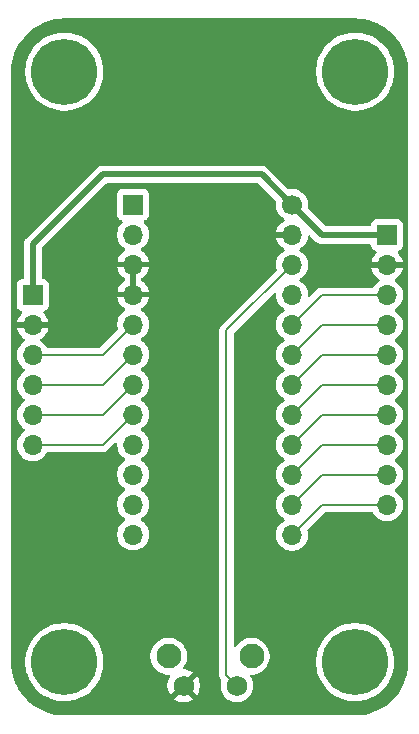
<source format=gbr>
%TF.GenerationSoftware,KiCad,Pcbnew,9.0.0*%
%TF.CreationDate,2025-06-04T23:48:02+02:00*%
%TF.ProjectId,uv_controler,75765f63-6f6e-4747-926f-6c65722e6b69,rev?*%
%TF.SameCoordinates,Original*%
%TF.FileFunction,Copper,L1,Top*%
%TF.FilePolarity,Positive*%
%FSLAX46Y46*%
G04 Gerber Fmt 4.6, Leading zero omitted, Abs format (unit mm)*
G04 Created by KiCad (PCBNEW 9.0.0) date 2025-06-04 23:48:02*
%MOMM*%
%LPD*%
G01*
G04 APERTURE LIST*
%TA.AperFunction,ComponentPad*%
%ADD10O,1.700000X1.700000*%
%TD*%
%TA.AperFunction,ComponentPad*%
%ADD11R,1.700000X1.700000*%
%TD*%
%TA.AperFunction,ComponentPad*%
%ADD12C,5.600000*%
%TD*%
%TA.AperFunction,ComponentPad*%
%ADD13C,1.750000*%
%TD*%
%TA.AperFunction,ComponentPad*%
%ADD14C,2.100000*%
%TD*%
%TA.AperFunction,ComponentPad*%
%ADD15C,1.700000*%
%TD*%
%TA.AperFunction,Conductor*%
%ADD16C,0.200000*%
%TD*%
%TA.AperFunction,Conductor*%
%ADD17C,0.500000*%
%TD*%
G04 APERTURE END LIST*
D10*
%TO.P,J2,10,Pin_10*%
%TO.N,Net-(J2-Pin_10)*%
X129185534Y-98697500D03*
%TO.P,J2,9,Pin_9*%
%TO.N,/UTIL_M*%
X129185534Y-96157500D03*
%TO.P,J2,8,Pin_8*%
%TO.N,/LIGHTS_TOGGLE_M*%
X129185534Y-93617500D03*
%TO.P,J2,7,Pin_7*%
%TO.N,/SPEED_TOGGLE_M*%
X129185534Y-91077500D03*
%TO.P,J2,6,Pin_6*%
%TO.N,/CAM_DOWN_M*%
X129185534Y-88537500D03*
%TO.P,J2,5,Pin_5*%
%TO.N,/CAM_UP_M*%
X129185534Y-85997500D03*
%TO.P,J2,4,Pin_4*%
%TO.N,/DOWN_M*%
X129185534Y-83457500D03*
%TO.P,J2,3,Pin_3*%
%TO.N,/UP_M*%
X129185534Y-80917500D03*
%TO.P,J2,2,Pin_2*%
%TO.N,GND*%
X129185534Y-78377500D03*
D11*
%TO.P,J2,1,Pin_1*%
%TO.N,+5V*%
X129185534Y-75837500D03*
%TD*%
D10*
%TO.P,J1,6,Pin_6*%
%TO.N,/JOY_LEFT_M*%
X99185534Y-93612500D03*
%TO.P,J1,5,Pin_5*%
%TO.N,/JOY_BACKWARD_M*%
X99185534Y-91072500D03*
%TO.P,J1,4,Pin_4*%
%TO.N,/JOY_RIGHT_M*%
X99185534Y-88532500D03*
%TO.P,J1,3,Pin_3*%
%TO.N,/JOY_FORWARD_M*%
X99185534Y-85992500D03*
%TO.P,J1,2,Pin_2*%
%TO.N,GND*%
X99185534Y-83452500D03*
D11*
%TO.P,J1,1,Pin_1*%
%TO.N,+5V*%
X99185534Y-80912500D03*
%TD*%
D12*
%TO.P,REF\u002A\u002A,1*%
%TO.N,N/C*%
X126485534Y-62000000D03*
%TD*%
D13*
%TO.P,SW1,2,2*%
%TO.N,GND*%
X111960534Y-113990000D03*
%TO.P,SW1,1,1*%
%TO.N,Net-(U1-RST)*%
X116460534Y-113990000D03*
D14*
%TO.P,SW1,*%
%TO.N,*%
X110700534Y-111500000D03*
X117710534Y-111500000D03*
%TD*%
D12*
%TO.P,REF\u002A\u002A,1*%
%TO.N,N/C*%
X126485534Y-112000000D03*
%TD*%
%TO.P,REF\u002A\u002A,1*%
%TO.N,N/C*%
X101860534Y-112000000D03*
%TD*%
%TO.P,REF\u002A\u002A,1*%
%TO.N,N/C*%
X101860534Y-62000000D03*
%TD*%
D10*
%TO.P,U1,24,10/A10*%
%TO.N,Net-(J2-Pin_10)*%
X121135534Y-101215000D03*
%TO.P,U1,23,9/A9*%
%TO.N,unconnected-(U1-9{slash}A9-Pad23)*%
X107685534Y-101190000D03*
%TO.P,U1,22,16/MOSI*%
%TO.N,/UTIL_M*%
X121135534Y-98675000D03*
%TO.P,U1,21,8/A8*%
%TO.N,unconnected-(U1-8{slash}A8-Pad21)*%
X107685534Y-98650000D03*
%TO.P,U1,20,14/MISO*%
%TO.N,/LIGHTS_TOGGLE_M*%
X121135534Y-96135000D03*
%TO.P,U1,19,7*%
%TO.N,unconnected-(U1-7-Pad19)*%
X107685534Y-96110000D03*
%TO.P,U1,18,15/SCLK*%
%TO.N,/SPEED_TOGGLE_M*%
X121135534Y-93595000D03*
%TO.P,U1,17,6/A7*%
%TO.N,unconnected-(U1-6{slash}A7-Pad17)*%
X107685534Y-93570000D03*
%TO.P,U1,16,18/A0*%
%TO.N,/CAM_DOWN_M*%
X121135534Y-91055000D03*
%TO.P,U1,15,5*%
%TO.N,/JOY_LEFT_M*%
X107685534Y-91030000D03*
%TO.P,U1,14,19/A1*%
%TO.N,/CAM_UP_M*%
X121135534Y-88515000D03*
%TO.P,U1,13,4/A6*%
%TO.N,/JOY_BACKWARD_M*%
X107685534Y-88490000D03*
%TO.P,U1,12,20/A2*%
%TO.N,/DOWN_M*%
X121135534Y-85975000D03*
%TO.P,U1,11,3/SCL*%
%TO.N,/JOY_RIGHT_M*%
X107685534Y-85950000D03*
%TO.P,U1,10,21/A3*%
%TO.N,/UP_M*%
X121135534Y-83435000D03*
%TO.P,U1,9,2/SDA*%
%TO.N,/JOY_FORWARD_M*%
X107685534Y-83410000D03*
%TO.P,U1,8,VCC*%
%TO.N,unconnected-(U1-VCC-Pad8)*%
X121135534Y-80895000D03*
%TO.P,U1,7,GND*%
%TO.N,GND*%
X107685534Y-80870000D03*
%TO.P,U1,6,RST*%
%TO.N,Net-(U1-RST)*%
X121135534Y-78355000D03*
%TO.P,U1,5,GND*%
%TO.N,GND*%
X107685534Y-78330000D03*
%TO.P,U1,4,GND*%
X121135534Y-75815000D03*
%TO.P,U1,3,0/RX*%
%TO.N,unconnected-(U1-0{slash}RX-Pad3)*%
X107685534Y-75790000D03*
D15*
%TO.P,U1,2,RAW*%
%TO.N,+5V*%
X121135534Y-73275000D03*
D11*
%TO.P,U1,1,1/TX*%
%TO.N,unconnected-(U1-1{slash}TX-Pad1)*%
X107685534Y-73250000D03*
%TD*%
D16*
%TO.N,/JOY_LEFT_M*%
X107685534Y-91030000D02*
X105103034Y-93612500D01*
%TO.N,Net-(U1-RST)*%
X121135534Y-78355000D02*
X115585535Y-83904999D01*
%TO.N,/JOY_LEFT_M*%
X105103034Y-93612500D02*
X99185534Y-93612500D01*
%TO.N,Net-(U1-RST)*%
X115585535Y-83904999D02*
X115585535Y-113115001D01*
X115585535Y-113115001D02*
X116460534Y-113990000D01*
D17*
%TO.N,+5V*%
X118560534Y-70700000D02*
X121135534Y-73275000D01*
D16*
%TO.N,/JOY_RIGHT_M*%
X105103034Y-88532500D02*
X99185534Y-88532500D01*
%TO.N,/LIGHTS_TOGGLE_M*%
X121135534Y-96135000D02*
X123653034Y-93617500D01*
D17*
%TO.N,+5V*%
X105100000Y-70700000D02*
X118560534Y-70700000D01*
D16*
%TO.N,/JOY_BACKWARD_M*%
X107685534Y-88490000D02*
X105103034Y-91072500D01*
%TO.N,Net-(J2-Pin_10)*%
X123653034Y-98697500D02*
X129185534Y-98697500D01*
%TO.N,/CAM_DOWN_M*%
X123653034Y-88537500D02*
X129185534Y-88537500D01*
%TO.N,Net-(J2-Pin_10)*%
X121135534Y-101215000D02*
X123653034Y-98697500D01*
D17*
%TO.N,+5V*%
X99185534Y-76614466D02*
X105100000Y-70700000D01*
D16*
%TO.N,/JOY_RIGHT_M*%
X107685534Y-85950000D02*
X105103034Y-88532500D01*
D17*
%TO.N,+5V*%
X121135534Y-73275000D02*
X123698034Y-75837500D01*
X99185534Y-80912500D02*
X99185534Y-76614466D01*
X123698034Y-75837500D02*
X129185534Y-75837500D01*
D16*
%TO.N,/CAM_UP_M*%
X123653034Y-85997500D02*
X129185534Y-85997500D01*
%TO.N,/UTIL_M*%
X123653034Y-96157500D02*
X129185534Y-96157500D01*
%TO.N,/LIGHTS_TOGGLE_M*%
X123653034Y-93617500D02*
X129185534Y-93617500D01*
%TO.N,/JOY_BACKWARD_M*%
X105103034Y-91072500D02*
X99185534Y-91072500D01*
%TO.N,/SPEED_TOGGLE_M*%
X123653034Y-91077500D02*
X129185534Y-91077500D01*
%TO.N,/DOWN_M*%
X123653034Y-83457500D02*
X129185534Y-83457500D01*
%TO.N,/UTIL_M*%
X121135534Y-98675000D02*
X123653034Y-96157500D01*
%TO.N,/UP_M*%
X123653034Y-80917500D02*
X129185534Y-80917500D01*
%TO.N,/JOY_FORWARD_M*%
X105103034Y-85992500D02*
X99185534Y-85992500D01*
%TO.N,/DOWN_M*%
X121135534Y-85975000D02*
X123653034Y-83457500D01*
%TO.N,/UP_M*%
X121135534Y-83435000D02*
X123653034Y-80917500D01*
%TO.N,/CAM_UP_M*%
X121135534Y-88515000D02*
X123653034Y-85997500D01*
%TO.N,/SPEED_TOGGLE_M*%
X121135534Y-93595000D02*
X123653034Y-91077500D01*
%TO.N,/CAM_DOWN_M*%
X121135534Y-91055000D02*
X123653034Y-88537500D01*
%TO.N,/JOY_FORWARD_M*%
X107685534Y-83410000D02*
X105103034Y-85992500D01*
%TD*%
%TA.AperFunction,Conductor*%
%TO.N,GND*%
G36*
X122638681Y-75859780D02*
G01*
X122689731Y-75890564D01*
X123115083Y-76315916D01*
X123194719Y-76395552D01*
X123219619Y-76420452D01*
X123342532Y-76502580D01*
X123342545Y-76502587D01*
X123434185Y-76540545D01*
X123479121Y-76559158D01*
X123479125Y-76559158D01*
X123479126Y-76559159D01*
X123624113Y-76588000D01*
X123624116Y-76588000D01*
X127711035Y-76588000D01*
X127778074Y-76607685D01*
X127823829Y-76660489D01*
X127835035Y-76712000D01*
X127835035Y-76735376D01*
X127841442Y-76794983D01*
X127891736Y-76929828D01*
X127891740Y-76929835D01*
X127977986Y-77045044D01*
X127977989Y-77045047D01*
X128093198Y-77131293D01*
X128093205Y-77131297D01*
X128117880Y-77140500D01*
X128225132Y-77180502D01*
X128281065Y-77222373D01*
X128305483Y-77287837D01*
X128290632Y-77356110D01*
X128269481Y-77384365D01*
X128155805Y-77498041D01*
X128030913Y-77669942D01*
X127934438Y-77859282D01*
X127868776Y-78061370D01*
X127868776Y-78061373D01*
X127858303Y-78127500D01*
X128752522Y-78127500D01*
X128719609Y-78184507D01*
X128685534Y-78311674D01*
X128685534Y-78443326D01*
X128719609Y-78570493D01*
X128752522Y-78627500D01*
X127858303Y-78627500D01*
X127868776Y-78693626D01*
X127868776Y-78693629D01*
X127934438Y-78895717D01*
X128030913Y-79085057D01*
X128155806Y-79256959D01*
X128155810Y-79256964D01*
X128306069Y-79407223D01*
X128306074Y-79407227D01*
X128477978Y-79532122D01*
X128487029Y-79536734D01*
X128537826Y-79584708D01*
X128554621Y-79652529D01*
X128532084Y-79718664D01*
X128487033Y-79757702D01*
X128477716Y-79762449D01*
X128305747Y-79887390D01*
X128155424Y-80037713D01*
X128030482Y-80209684D01*
X128030481Y-80209685D01*
X128010299Y-80249295D01*
X127962325Y-80300091D01*
X127899815Y-80317000D01*
X123739704Y-80317000D01*
X123739688Y-80316999D01*
X123732092Y-80316999D01*
X123573977Y-80316999D01*
X123497613Y-80337461D01*
X123421248Y-80357923D01*
X123421243Y-80357926D01*
X123284324Y-80436975D01*
X123284316Y-80436981D01*
X122697715Y-81023582D01*
X122636392Y-81057067D01*
X122566700Y-81052083D01*
X122510767Y-81010211D01*
X122486350Y-80944747D01*
X122486034Y-80935901D01*
X122486034Y-80788713D01*
X122456344Y-80601260D01*
X122452780Y-80578757D01*
X122387091Y-80376588D01*
X122290585Y-80187184D01*
X122290583Y-80187181D01*
X122290582Y-80187179D01*
X122165643Y-80015213D01*
X122015320Y-79864890D01*
X121843354Y-79739951D01*
X121842649Y-79739591D01*
X121834588Y-79735485D01*
X121783793Y-79687512D01*
X121766997Y-79619692D01*
X121789533Y-79553556D01*
X121834588Y-79514515D01*
X121843350Y-79510051D01*
X121878353Y-79484620D01*
X122015320Y-79385109D01*
X122015322Y-79385106D01*
X122015326Y-79385104D01*
X122165638Y-79234792D01*
X122165640Y-79234788D01*
X122165643Y-79234786D01*
X122290582Y-79062820D01*
X122290581Y-79062820D01*
X122290585Y-79062816D01*
X122387091Y-78873412D01*
X122452780Y-78671243D01*
X122486034Y-78461287D01*
X122486034Y-78248713D01*
X122452780Y-78038757D01*
X122387091Y-77836588D01*
X122290585Y-77647184D01*
X122290583Y-77647181D01*
X122290582Y-77647179D01*
X122165643Y-77475213D01*
X122015320Y-77324890D01*
X121843351Y-77199949D01*
X121834038Y-77195204D01*
X121783241Y-77147230D01*
X121766446Y-77079409D01*
X121788983Y-77013274D01*
X121834041Y-76974232D01*
X121843092Y-76969620D01*
X122014993Y-76844727D01*
X122014998Y-76844723D01*
X122165257Y-76694464D01*
X122165261Y-76694459D01*
X122290154Y-76522557D01*
X122386629Y-76333217D01*
X122452291Y-76131130D01*
X122452291Y-76131127D01*
X122479578Y-75958848D01*
X122509507Y-75895714D01*
X122568818Y-75858782D01*
X122638681Y-75859780D01*
G37*
%TD.AperFunction*%
%TA.AperFunction,Conductor*%
G36*
X107935534Y-80436988D02*
G01*
X107878527Y-80404075D01*
X107751360Y-80370000D01*
X107619708Y-80370000D01*
X107492541Y-80404075D01*
X107435534Y-80436988D01*
X107435534Y-78763012D01*
X107492541Y-78795925D01*
X107619708Y-78830000D01*
X107751360Y-78830000D01*
X107878527Y-78795925D01*
X107935534Y-78763012D01*
X107935534Y-80436988D01*
G37*
%TD.AperFunction*%
%TA.AperFunction,Conductor*%
G36*
X126488233Y-57500618D02*
G01*
X126872299Y-57517388D01*
X126883041Y-57518328D01*
X127261504Y-57568156D01*
X127272131Y-57570029D01*
X127644819Y-57652654D01*
X127655246Y-57655448D01*
X128019311Y-57770237D01*
X128029446Y-57773926D01*
X128382118Y-57920008D01*
X128391910Y-57924574D01*
X128730403Y-58100782D01*
X128730484Y-58100824D01*
X128739851Y-58106231D01*
X129061720Y-58311284D01*
X129061788Y-58311327D01*
X129070649Y-58317532D01*
X129373471Y-58549893D01*
X129381758Y-58556846D01*
X129663186Y-58814724D01*
X129670835Y-58822373D01*
X129928716Y-59103798D01*
X129935666Y-59112081D01*
X130168042Y-59414912D01*
X130174239Y-59423763D01*
X130379332Y-59745688D01*
X130384741Y-59755056D01*
X130561003Y-60093641D01*
X130565563Y-60103419D01*
X130700494Y-60429160D01*
X130711647Y-60456084D01*
X130715346Y-60466248D01*
X130830133Y-60830283D01*
X130832933Y-60840733D01*
X130915555Y-61213389D01*
X130917434Y-61224042D01*
X130967263Y-61602483D01*
X130968206Y-61613259D01*
X130984915Y-61995815D01*
X130985033Y-62001170D01*
X130985034Y-62002696D01*
X130985035Y-62065902D01*
X130985062Y-62066006D01*
X130985066Y-62074058D01*
X130985063Y-62074067D01*
X130985066Y-62074114D01*
X130985034Y-111934107D01*
X130985034Y-111997293D01*
X130984916Y-112002702D01*
X130968148Y-112386748D01*
X130967205Y-112397525D01*
X130917383Y-112775951D01*
X130915505Y-112786604D01*
X130832888Y-113159265D01*
X130830088Y-113169714D01*
X130715307Y-113533747D01*
X130711607Y-113543912D01*
X130565535Y-113896558D01*
X130560963Y-113906362D01*
X130384715Y-114244929D01*
X130379306Y-114254298D01*
X130174213Y-114576225D01*
X130168008Y-114585086D01*
X129935648Y-114887900D01*
X129928695Y-114896187D01*
X129670817Y-115177608D01*
X129663168Y-115185257D01*
X129381743Y-115443133D01*
X129373455Y-115450087D01*
X129070633Y-115682446D01*
X129061772Y-115688650D01*
X128739853Y-115893732D01*
X128730485Y-115899141D01*
X128391900Y-116075392D01*
X128382096Y-116079963D01*
X128029456Y-116226029D01*
X128019290Y-116229729D01*
X127655257Y-116344502D01*
X127644808Y-116347302D01*
X127272149Y-116429915D01*
X127261496Y-116431793D01*
X126883067Y-116481609D01*
X126872290Y-116482552D01*
X126486733Y-116499381D01*
X126481328Y-116499499D01*
X126449713Y-116499499D01*
X126419649Y-116499499D01*
X126419645Y-116499499D01*
X126412041Y-116499500D01*
X126412040Y-116499499D01*
X126412039Y-116499500D01*
X101934033Y-116499500D01*
X101934017Y-116499499D01*
X101863235Y-116499499D01*
X101857827Y-116499381D01*
X101473781Y-116482617D01*
X101463005Y-116481674D01*
X101273789Y-116456764D01*
X101084575Y-116431854D01*
X101073922Y-116429976D01*
X100701263Y-116347360D01*
X100690814Y-116344560D01*
X100326782Y-116229782D01*
X100316616Y-116226082D01*
X99963967Y-116080010D01*
X99954163Y-116075438D01*
X99615596Y-115899191D01*
X99606227Y-115893782D01*
X99604638Y-115892770D01*
X99488898Y-115819034D01*
X99284307Y-115688694D01*
X99275446Y-115682490D01*
X98972617Y-115450120D01*
X98964330Y-115443166D01*
X98682915Y-115185293D01*
X98675266Y-115177644D01*
X98417391Y-114896220D01*
X98410437Y-114887932D01*
X98410412Y-114887900D01*
X98274415Y-114710660D01*
X98178076Y-114585106D01*
X98171872Y-114576245D01*
X97966788Y-114254322D01*
X97961379Y-114244953D01*
X97947951Y-114219158D01*
X97817455Y-113968467D01*
X97785137Y-113906383D01*
X97780565Y-113896579D01*
X97634494Y-113543921D01*
X97630795Y-113533756D01*
X97592675Y-113412849D01*
X97516019Y-113169714D01*
X97513223Y-113159278D01*
X97513220Y-113159265D01*
X97434226Y-112802913D01*
X97430614Y-112786619D01*
X97428736Y-112775966D01*
X97378921Y-112397537D01*
X97377978Y-112386760D01*
X97361151Y-112001192D01*
X97361034Y-111995805D01*
X97361036Y-111934118D01*
X97361034Y-111934110D01*
X97361034Y-111837857D01*
X98560034Y-111837857D01*
X98560034Y-112162143D01*
X98569588Y-112259152D01*
X98591818Y-112484857D01*
X98591821Y-112484874D01*
X98655079Y-112802902D01*
X98655082Y-112802913D01*
X98749220Y-113113247D01*
X98873320Y-113412849D01*
X98873322Y-113412854D01*
X99026180Y-113698830D01*
X99026191Y-113698848D01*
X99206345Y-113968467D01*
X99206355Y-113968481D01*
X99412080Y-114219158D01*
X99641375Y-114448453D01*
X99641380Y-114448457D01*
X99641381Y-114448458D01*
X99892058Y-114654183D01*
X100161692Y-114834347D01*
X100161701Y-114834352D01*
X100161703Y-114834353D01*
X100447679Y-114987211D01*
X100447681Y-114987211D01*
X100447687Y-114987215D01*
X100747288Y-115111314D01*
X101057611Y-115205449D01*
X101057617Y-115205450D01*
X101057620Y-115205451D01*
X101057631Y-115205454D01*
X101257062Y-115245122D01*
X101375666Y-115268714D01*
X101698391Y-115300500D01*
X101698394Y-115300500D01*
X102022674Y-115300500D01*
X102022677Y-115300500D01*
X102345402Y-115268714D01*
X102502829Y-115237399D01*
X102663436Y-115205454D01*
X102663447Y-115205451D01*
X102663447Y-115205450D01*
X102663457Y-115205449D01*
X102973780Y-115111314D01*
X103273381Y-114987215D01*
X103559376Y-114834347D01*
X103829010Y-114654183D01*
X104079687Y-114448458D01*
X104308992Y-114219153D01*
X104514717Y-113968476D01*
X104694881Y-113698842D01*
X104847749Y-113412847D01*
X104971848Y-113113246D01*
X105065983Y-112802923D01*
X105065985Y-112802913D01*
X105065988Y-112802902D01*
X105103363Y-112615000D01*
X105129248Y-112484868D01*
X105161034Y-112162143D01*
X105161034Y-111837857D01*
X105129248Y-111515132D01*
X105119174Y-111464488D01*
X105105809Y-111397292D01*
X105101966Y-111377973D01*
X109150034Y-111377973D01*
X109150034Y-111622026D01*
X109184218Y-111837857D01*
X109188213Y-111863076D01*
X109233580Y-112002702D01*
X109263631Y-112095187D01*
X109374430Y-112312642D01*
X109517873Y-112510076D01*
X109517877Y-112510081D01*
X109690452Y-112682656D01*
X109690457Y-112682660D01*
X109855957Y-112802902D01*
X109887895Y-112826106D01*
X110105349Y-112936904D01*
X110337458Y-113012321D01*
X110578507Y-113050500D01*
X110578508Y-113050500D01*
X110700163Y-113050500D01*
X110767202Y-113070185D01*
X110812957Y-113122989D01*
X110822901Y-113192147D01*
X110800481Y-113247386D01*
X110784528Y-113269342D01*
X110686270Y-113462182D01*
X110686269Y-113462185D01*
X110619391Y-113668018D01*
X110585534Y-113881779D01*
X110585534Y-114098220D01*
X110619391Y-114311981D01*
X110686269Y-114517814D01*
X110686270Y-114517817D01*
X110784530Y-114710660D01*
X110827363Y-114769615D01*
X110827364Y-114769616D01*
X111481653Y-114115326D01*
X111499268Y-114181063D01*
X111564436Y-114293937D01*
X111656597Y-114386098D01*
X111769471Y-114451266D01*
X111835206Y-114468880D01*
X111180916Y-115123168D01*
X111239876Y-115166005D01*
X111432716Y-115264263D01*
X111432719Y-115264264D01*
X111638552Y-115331142D01*
X111852314Y-115365000D01*
X112068754Y-115365000D01*
X112282515Y-115331142D01*
X112488348Y-115264264D01*
X112488351Y-115264263D01*
X112681190Y-115166006D01*
X112740149Y-115123168D01*
X112740150Y-115123168D01*
X112085861Y-114468880D01*
X112151597Y-114451266D01*
X112264471Y-114386098D01*
X112356632Y-114293937D01*
X112421800Y-114181063D01*
X112439413Y-114115327D01*
X113093702Y-114769616D01*
X113093702Y-114769615D01*
X113136540Y-114710656D01*
X113234797Y-114517817D01*
X113234798Y-114517814D01*
X113301676Y-114311981D01*
X113335534Y-114098220D01*
X113335534Y-113881779D01*
X113301676Y-113668018D01*
X113234798Y-113462185D01*
X113234797Y-113462182D01*
X113136539Y-113269342D01*
X113093702Y-113210383D01*
X113093702Y-113210382D01*
X112439413Y-113864671D01*
X112421800Y-113798937D01*
X112356632Y-113686063D01*
X112264471Y-113593902D01*
X112151597Y-113528734D01*
X112085860Y-113511119D01*
X112740150Y-112856830D01*
X112740149Y-112856829D01*
X112681194Y-112813996D01*
X112488351Y-112715736D01*
X112488348Y-112715735D01*
X112282515Y-112648857D01*
X112068754Y-112615000D01*
X112050326Y-112615000D01*
X111983287Y-112595315D01*
X111937532Y-112542511D01*
X111927588Y-112473353D01*
X111950008Y-112418115D01*
X111980843Y-112375673D01*
X112026640Y-112312639D01*
X112137438Y-112095185D01*
X112212855Y-111863076D01*
X112251034Y-111622027D01*
X112251034Y-111377973D01*
X112212855Y-111136924D01*
X112137438Y-110904815D01*
X112026640Y-110687361D01*
X111953829Y-110587145D01*
X111883194Y-110489923D01*
X111883190Y-110489918D01*
X111710615Y-110317343D01*
X111710610Y-110317339D01*
X111513176Y-110173896D01*
X111513175Y-110173895D01*
X111513173Y-110173894D01*
X111295719Y-110063096D01*
X111063610Y-109987679D01*
X111063608Y-109987678D01*
X111063606Y-109987678D01*
X110895303Y-109961021D01*
X110822561Y-109949500D01*
X110578507Y-109949500D01*
X110522627Y-109958350D01*
X110337461Y-109987678D01*
X110105346Y-110063097D01*
X109887891Y-110173896D01*
X109690457Y-110317339D01*
X109690452Y-110317343D01*
X109517877Y-110489918D01*
X109517873Y-110489923D01*
X109374430Y-110687357D01*
X109263631Y-110904812D01*
X109188212Y-111136927D01*
X109150034Y-111377973D01*
X105101966Y-111377973D01*
X105065988Y-111197097D01*
X105065985Y-111197086D01*
X105065984Y-111197083D01*
X105065983Y-111197077D01*
X104971848Y-110886754D01*
X104847749Y-110587153D01*
X104795778Y-110489923D01*
X104694887Y-110301169D01*
X104694886Y-110301167D01*
X104694881Y-110301158D01*
X104514717Y-110031524D01*
X104308992Y-109780847D01*
X104308991Y-109780846D01*
X104308987Y-109780841D01*
X104079692Y-109551546D01*
X103829015Y-109345821D01*
X103829014Y-109345820D01*
X103829010Y-109345817D01*
X103559376Y-109165653D01*
X103559371Y-109165650D01*
X103559364Y-109165646D01*
X103273388Y-109012788D01*
X103273383Y-109012786D01*
X102973781Y-108888686D01*
X102663447Y-108794548D01*
X102663436Y-108794545D01*
X102345408Y-108731287D01*
X102345391Y-108731284D01*
X102101346Y-108707248D01*
X102022677Y-108699500D01*
X101698391Y-108699500D01*
X101625633Y-108706666D01*
X101375676Y-108731284D01*
X101375659Y-108731287D01*
X101057631Y-108794545D01*
X101057620Y-108794548D01*
X100747286Y-108888686D01*
X100447684Y-109012786D01*
X100447679Y-109012788D01*
X100161703Y-109165646D01*
X100161685Y-109165657D01*
X99892066Y-109345811D01*
X99892052Y-109345821D01*
X99641375Y-109551546D01*
X99412080Y-109780841D01*
X99206355Y-110031518D01*
X99206345Y-110031532D01*
X99026191Y-110301151D01*
X99026180Y-110301169D01*
X98873322Y-110587145D01*
X98873320Y-110587150D01*
X98749220Y-110886752D01*
X98655082Y-111197086D01*
X98655079Y-111197097D01*
X98591821Y-111515125D01*
X98591818Y-111515142D01*
X98567200Y-111765099D01*
X98560034Y-111837857D01*
X97361034Y-111837857D01*
X97361034Y-80014635D01*
X97835034Y-80014635D01*
X97835034Y-81810370D01*
X97835035Y-81810376D01*
X97841442Y-81869983D01*
X97891736Y-82004828D01*
X97891740Y-82004835D01*
X97977986Y-82120044D01*
X97977989Y-82120047D01*
X98093198Y-82206293D01*
X98093205Y-82206297D01*
X98155436Y-82229507D01*
X98225132Y-82255502D01*
X98281065Y-82297373D01*
X98305483Y-82362837D01*
X98290632Y-82431110D01*
X98269481Y-82459365D01*
X98155805Y-82573041D01*
X98030913Y-82744942D01*
X97934438Y-82934282D01*
X97868776Y-83136370D01*
X97868776Y-83136373D01*
X97858303Y-83202500D01*
X98752522Y-83202500D01*
X98719609Y-83259507D01*
X98685534Y-83386674D01*
X98685534Y-83518326D01*
X98719609Y-83645493D01*
X98752522Y-83702500D01*
X97858303Y-83702500D01*
X97868776Y-83768626D01*
X97868776Y-83768629D01*
X97934438Y-83970717D01*
X98030913Y-84160057D01*
X98155806Y-84331959D01*
X98155810Y-84331964D01*
X98306069Y-84482223D01*
X98306074Y-84482227D01*
X98477978Y-84607122D01*
X98487029Y-84611734D01*
X98537826Y-84659708D01*
X98554621Y-84727529D01*
X98532084Y-84793664D01*
X98487033Y-84832702D01*
X98477716Y-84837449D01*
X98305747Y-84962390D01*
X98155424Y-85112713D01*
X98030485Y-85284679D01*
X97933978Y-85474085D01*
X97868287Y-85676260D01*
X97849811Y-85792914D01*
X97835034Y-85886213D01*
X97835034Y-86098787D01*
X97835826Y-86103786D01*
X97865515Y-86291239D01*
X97868288Y-86308743D01*
X97921664Y-86473018D01*
X97933978Y-86510914D01*
X98030485Y-86700320D01*
X98155424Y-86872286D01*
X98305747Y-87022609D01*
X98477716Y-87147550D01*
X98486480Y-87152016D01*
X98537276Y-87199991D01*
X98554070Y-87267812D01*
X98531532Y-87333947D01*
X98486480Y-87372984D01*
X98477716Y-87377449D01*
X98305747Y-87502390D01*
X98155424Y-87652713D01*
X98030485Y-87824679D01*
X97933978Y-88014085D01*
X97868287Y-88216260D01*
X97847709Y-88346184D01*
X97835034Y-88426213D01*
X97835034Y-88638787D01*
X97835826Y-88643786D01*
X97865515Y-88831239D01*
X97868288Y-88848743D01*
X97921664Y-89013018D01*
X97933978Y-89050914D01*
X98030485Y-89240320D01*
X98155424Y-89412286D01*
X98305747Y-89562609D01*
X98477716Y-89687550D01*
X98486480Y-89692016D01*
X98537276Y-89739991D01*
X98554070Y-89807812D01*
X98531532Y-89873947D01*
X98486480Y-89912984D01*
X98477716Y-89917449D01*
X98305747Y-90042390D01*
X98155424Y-90192713D01*
X98030485Y-90364679D01*
X97933978Y-90554085D01*
X97868287Y-90756260D01*
X97849811Y-90872914D01*
X97835034Y-90966213D01*
X97835034Y-91178787D01*
X97835826Y-91183786D01*
X97865515Y-91371239D01*
X97868288Y-91388743D01*
X97921664Y-91553018D01*
X97933978Y-91590914D01*
X98030485Y-91780320D01*
X98155424Y-91952286D01*
X98305747Y-92102609D01*
X98477716Y-92227550D01*
X98486480Y-92232016D01*
X98537276Y-92279991D01*
X98554070Y-92347812D01*
X98531532Y-92413947D01*
X98486480Y-92452984D01*
X98477716Y-92457449D01*
X98305747Y-92582390D01*
X98155424Y-92732713D01*
X98030485Y-92904679D01*
X97933978Y-93094085D01*
X97868287Y-93296260D01*
X97849811Y-93412914D01*
X97835034Y-93506213D01*
X97835034Y-93718787D01*
X97835826Y-93723786D01*
X97865515Y-93911239D01*
X97868288Y-93928743D01*
X97921664Y-94093018D01*
X97933978Y-94130914D01*
X98030485Y-94320320D01*
X98155424Y-94492286D01*
X98305747Y-94642609D01*
X98477713Y-94767548D01*
X98477715Y-94767549D01*
X98477718Y-94767551D01*
X98667122Y-94864057D01*
X98869291Y-94929746D01*
X99079247Y-94963000D01*
X99079248Y-94963000D01*
X99291820Y-94963000D01*
X99291821Y-94963000D01*
X99501777Y-94929746D01*
X99703946Y-94864057D01*
X99893350Y-94767551D01*
X99951851Y-94725048D01*
X100065320Y-94642609D01*
X100065322Y-94642606D01*
X100065326Y-94642604D01*
X100215638Y-94492292D01*
X100215640Y-94492288D01*
X100215643Y-94492286D01*
X100336952Y-94325316D01*
X100340585Y-94320316D01*
X100349502Y-94302816D01*
X100360769Y-94280705D01*
X100408743Y-94229909D01*
X100471253Y-94213000D01*
X105016365Y-94213000D01*
X105016381Y-94213001D01*
X105023977Y-94213001D01*
X105182088Y-94213001D01*
X105182091Y-94213001D01*
X105334819Y-94172077D01*
X105397458Y-94135912D01*
X105471750Y-94093020D01*
X105583554Y-93981216D01*
X105583554Y-93981214D01*
X105593758Y-93971011D01*
X105593761Y-93971006D01*
X106123354Y-93441414D01*
X106184676Y-93407930D01*
X106254368Y-93412914D01*
X106310301Y-93454786D01*
X106334718Y-93520250D01*
X106335034Y-93529096D01*
X106335034Y-93676287D01*
X106368288Y-93886243D01*
X106383720Y-93933739D01*
X106433978Y-94088414D01*
X106530485Y-94277820D01*
X106655424Y-94449786D01*
X106805747Y-94600109D01*
X106977716Y-94725050D01*
X106986480Y-94729516D01*
X107037276Y-94777491D01*
X107054070Y-94845312D01*
X107031532Y-94911447D01*
X106986480Y-94950484D01*
X106977716Y-94954949D01*
X106805747Y-95079890D01*
X106655424Y-95230213D01*
X106530485Y-95402179D01*
X106433978Y-95591585D01*
X106368287Y-95793760D01*
X106360764Y-95841260D01*
X106335034Y-96003713D01*
X106335034Y-96216287D01*
X106368288Y-96426243D01*
X106383720Y-96473739D01*
X106433978Y-96628414D01*
X106530485Y-96817820D01*
X106655424Y-96989786D01*
X106805747Y-97140109D01*
X106977716Y-97265050D01*
X106986480Y-97269516D01*
X107037276Y-97317491D01*
X107054070Y-97385312D01*
X107031532Y-97451447D01*
X106986480Y-97490484D01*
X106977716Y-97494949D01*
X106805747Y-97619890D01*
X106655424Y-97770213D01*
X106530485Y-97942179D01*
X106433978Y-98131585D01*
X106368287Y-98333760D01*
X106360764Y-98381260D01*
X106335034Y-98543713D01*
X106335034Y-98756287D01*
X106368288Y-98966243D01*
X106383720Y-99013739D01*
X106433978Y-99168414D01*
X106530485Y-99357820D01*
X106655424Y-99529786D01*
X106805747Y-99680109D01*
X106977716Y-99805050D01*
X106986480Y-99809516D01*
X107037276Y-99857491D01*
X107054070Y-99925312D01*
X107031532Y-99991447D01*
X106986480Y-100030484D01*
X106977716Y-100034949D01*
X106805747Y-100159890D01*
X106655424Y-100310213D01*
X106530485Y-100482179D01*
X106433978Y-100671585D01*
X106368287Y-100873760D01*
X106335034Y-101083713D01*
X106335034Y-101296287D01*
X106338994Y-101321287D01*
X106368287Y-101506239D01*
X106433978Y-101708414D01*
X106530485Y-101897820D01*
X106655424Y-102069786D01*
X106805747Y-102220109D01*
X106977713Y-102345048D01*
X106977715Y-102345049D01*
X106977718Y-102345051D01*
X107167122Y-102441557D01*
X107369291Y-102507246D01*
X107579247Y-102540500D01*
X107579248Y-102540500D01*
X107791820Y-102540500D01*
X107791821Y-102540500D01*
X108001777Y-102507246D01*
X108203946Y-102441557D01*
X108393350Y-102345051D01*
X108415323Y-102329086D01*
X108565320Y-102220109D01*
X108565322Y-102220106D01*
X108565326Y-102220104D01*
X108715638Y-102069792D01*
X108715640Y-102069788D01*
X108715643Y-102069786D01*
X108840582Y-101897820D01*
X108840581Y-101897820D01*
X108840585Y-101897816D01*
X108937091Y-101708412D01*
X109002780Y-101506243D01*
X109036034Y-101296287D01*
X109036034Y-101083713D01*
X109002780Y-100873757D01*
X108937091Y-100671588D01*
X108840585Y-100482184D01*
X108840583Y-100482181D01*
X108840582Y-100482179D01*
X108715643Y-100310213D01*
X108565320Y-100159890D01*
X108393354Y-100034951D01*
X108392649Y-100034591D01*
X108384588Y-100030485D01*
X108333793Y-99982512D01*
X108316997Y-99914692D01*
X108339533Y-99848556D01*
X108384588Y-99809515D01*
X108393350Y-99805051D01*
X108499941Y-99727609D01*
X108565320Y-99680109D01*
X108565322Y-99680106D01*
X108565326Y-99680104D01*
X108715638Y-99529792D01*
X108715640Y-99529788D01*
X108715643Y-99529786D01*
X108840582Y-99357820D01*
X108840581Y-99357820D01*
X108840585Y-99357816D01*
X108937091Y-99168412D01*
X109002780Y-98966243D01*
X109036034Y-98756287D01*
X109036034Y-98543713D01*
X109002780Y-98333757D01*
X108937091Y-98131588D01*
X108840585Y-97942184D01*
X108840583Y-97942181D01*
X108840582Y-97942179D01*
X108715643Y-97770213D01*
X108565320Y-97619890D01*
X108393354Y-97494951D01*
X108392649Y-97494591D01*
X108384588Y-97490485D01*
X108333793Y-97442512D01*
X108316997Y-97374692D01*
X108339533Y-97308556D01*
X108384588Y-97269515D01*
X108393350Y-97265051D01*
X108499941Y-97187609D01*
X108565320Y-97140109D01*
X108565322Y-97140106D01*
X108565326Y-97140104D01*
X108715638Y-96989792D01*
X108715640Y-96989788D01*
X108715643Y-96989786D01*
X108840582Y-96817820D01*
X108840581Y-96817820D01*
X108840585Y-96817816D01*
X108937091Y-96628412D01*
X109002780Y-96426243D01*
X109036034Y-96216287D01*
X109036034Y-96003713D01*
X109002780Y-95793757D01*
X108937091Y-95591588D01*
X108840585Y-95402184D01*
X108840583Y-95402181D01*
X108840582Y-95402179D01*
X108715643Y-95230213D01*
X108565320Y-95079890D01*
X108393354Y-94954951D01*
X108392649Y-94954591D01*
X108384588Y-94950485D01*
X108333793Y-94902512D01*
X108316997Y-94834692D01*
X108339533Y-94768556D01*
X108384588Y-94729515D01*
X108393350Y-94725051D01*
X108499941Y-94647609D01*
X108565320Y-94600109D01*
X108565322Y-94600106D01*
X108565326Y-94600104D01*
X108715638Y-94449792D01*
X108715640Y-94449788D01*
X108715643Y-94449786D01*
X108840582Y-94277820D01*
X108840581Y-94277820D01*
X108840585Y-94277816D01*
X108937091Y-94088412D01*
X109002780Y-93886243D01*
X109036034Y-93676287D01*
X109036034Y-93463713D01*
X109002780Y-93253757D01*
X108937091Y-93051588D01*
X108840585Y-92862184D01*
X108840583Y-92862181D01*
X108840582Y-92862179D01*
X108715643Y-92690213D01*
X108565320Y-92539890D01*
X108393354Y-92414951D01*
X108391383Y-92413947D01*
X108384588Y-92410485D01*
X108333793Y-92362512D01*
X108316997Y-92294692D01*
X108339533Y-92228556D01*
X108384588Y-92189515D01*
X108393350Y-92185051D01*
X108499941Y-92107609D01*
X108565320Y-92060109D01*
X108565322Y-92060106D01*
X108565326Y-92060104D01*
X108715638Y-91909792D01*
X108715640Y-91909788D01*
X108715643Y-91909786D01*
X108840582Y-91737820D01*
X108840581Y-91737820D01*
X108840585Y-91737816D01*
X108937091Y-91548412D01*
X109002780Y-91346243D01*
X109036034Y-91136287D01*
X109036034Y-90923713D01*
X109002780Y-90713757D01*
X108937091Y-90511588D01*
X108840585Y-90322184D01*
X108840583Y-90322181D01*
X108840582Y-90322179D01*
X108715643Y-90150213D01*
X108565320Y-89999890D01*
X108393354Y-89874951D01*
X108391383Y-89873947D01*
X108384588Y-89870485D01*
X108333793Y-89822512D01*
X108316997Y-89754692D01*
X108339533Y-89688556D01*
X108384588Y-89649515D01*
X108393350Y-89645051D01*
X108499941Y-89567609D01*
X108565320Y-89520109D01*
X108565322Y-89520106D01*
X108565326Y-89520104D01*
X108715638Y-89369792D01*
X108715640Y-89369788D01*
X108715643Y-89369786D01*
X108840582Y-89197820D01*
X108840581Y-89197820D01*
X108840585Y-89197816D01*
X108937091Y-89008412D01*
X109002780Y-88806243D01*
X109036034Y-88596287D01*
X109036034Y-88383713D01*
X109002780Y-88173757D01*
X108937091Y-87971588D01*
X108840585Y-87782184D01*
X108840583Y-87782181D01*
X108840582Y-87782179D01*
X108715643Y-87610213D01*
X108565320Y-87459890D01*
X108393354Y-87334951D01*
X108391383Y-87333947D01*
X108384588Y-87330485D01*
X108333793Y-87282512D01*
X108316997Y-87214692D01*
X108339533Y-87148556D01*
X108384588Y-87109515D01*
X108393350Y-87105051D01*
X108499941Y-87027609D01*
X108565320Y-86980109D01*
X108565322Y-86980106D01*
X108565326Y-86980104D01*
X108715638Y-86829792D01*
X108715640Y-86829788D01*
X108715643Y-86829786D01*
X108840582Y-86657820D01*
X108840581Y-86657820D01*
X108840585Y-86657816D01*
X108937091Y-86468412D01*
X109002780Y-86266243D01*
X109036034Y-86056287D01*
X109036034Y-85843713D01*
X109002780Y-85633757D01*
X108937091Y-85431588D01*
X108840585Y-85242184D01*
X108840583Y-85242181D01*
X108840582Y-85242179D01*
X108715643Y-85070213D01*
X108565320Y-84919890D01*
X108393354Y-84794951D01*
X108390828Y-84793664D01*
X108384588Y-84790485D01*
X108333793Y-84742512D01*
X108316997Y-84674692D01*
X108339533Y-84608556D01*
X108384588Y-84569515D01*
X108393350Y-84565051D01*
X108499941Y-84487609D01*
X108565320Y-84440109D01*
X108565322Y-84440106D01*
X108565326Y-84440104D01*
X108715638Y-84289792D01*
X108715640Y-84289788D01*
X108715643Y-84289786D01*
X108840582Y-84117820D01*
X108840581Y-84117820D01*
X108840585Y-84117816D01*
X108937091Y-83928412D01*
X109002780Y-83726243D01*
X109036034Y-83516287D01*
X109036034Y-83303713D01*
X109002780Y-83093757D01*
X108937091Y-82891588D01*
X108840585Y-82702184D01*
X108840583Y-82702181D01*
X108840582Y-82702179D01*
X108715643Y-82530213D01*
X108565320Y-82379890D01*
X108393351Y-82254949D01*
X108384038Y-82250204D01*
X108333241Y-82202230D01*
X108316446Y-82134409D01*
X108338983Y-82068274D01*
X108384041Y-82029232D01*
X108393092Y-82024620D01*
X108564993Y-81899727D01*
X108564998Y-81899723D01*
X108715257Y-81749464D01*
X108715261Y-81749459D01*
X108840154Y-81577557D01*
X108936629Y-81388217D01*
X109002291Y-81186129D01*
X109002291Y-81186126D01*
X109012765Y-81120000D01*
X108118546Y-81120000D01*
X108151459Y-81062993D01*
X108185534Y-80935826D01*
X108185534Y-80804174D01*
X108151459Y-80677007D01*
X108118546Y-80620000D01*
X109012765Y-80620000D01*
X109002291Y-80553873D01*
X109002291Y-80553870D01*
X108936629Y-80351782D01*
X108840154Y-80162442D01*
X108715261Y-79990540D01*
X108715257Y-79990535D01*
X108564998Y-79840276D01*
X108564993Y-79840272D01*
X108393092Y-79715379D01*
X108383488Y-79710486D01*
X108332691Y-79662512D01*
X108315895Y-79594692D01*
X108338431Y-79528556D01*
X108383488Y-79489514D01*
X108393092Y-79484620D01*
X108564993Y-79359727D01*
X108564998Y-79359723D01*
X108715257Y-79209464D01*
X108715261Y-79209459D01*
X108840154Y-79037557D01*
X108936629Y-78848217D01*
X109002291Y-78646129D01*
X109002291Y-78646126D01*
X109012765Y-78580000D01*
X108118546Y-78580000D01*
X108151459Y-78522993D01*
X108185534Y-78395826D01*
X108185534Y-78264174D01*
X108151459Y-78137007D01*
X108118546Y-78080000D01*
X109012765Y-78080000D01*
X109002291Y-78013873D01*
X109002291Y-78013870D01*
X108936629Y-77811782D01*
X108840154Y-77622442D01*
X108715261Y-77450540D01*
X108715257Y-77450535D01*
X108564998Y-77300276D01*
X108564993Y-77300272D01*
X108393089Y-77175377D01*
X108384034Y-77170763D01*
X108333240Y-77122788D01*
X108316446Y-77054966D01*
X108338985Y-76988832D01*
X108384042Y-76949793D01*
X108393350Y-76945051D01*
X108472541Y-76887515D01*
X108565320Y-76820109D01*
X108565322Y-76820106D01*
X108565326Y-76820104D01*
X108715638Y-76669792D01*
X108715640Y-76669788D01*
X108715643Y-76669786D01*
X108840582Y-76497820D01*
X108840581Y-76497820D01*
X108840585Y-76497816D01*
X108937091Y-76308412D01*
X109002780Y-76106243D01*
X109036034Y-75896287D01*
X109036034Y-75683713D01*
X109002780Y-75473757D01*
X108937091Y-75271588D01*
X108840585Y-75082184D01*
X108840583Y-75082181D01*
X108840582Y-75082179D01*
X108715643Y-74910213D01*
X108602103Y-74796673D01*
X108568618Y-74735350D01*
X108573602Y-74665658D01*
X108615474Y-74609725D01*
X108646449Y-74592810D01*
X108777865Y-74543796D01*
X108893080Y-74457546D01*
X108979330Y-74342331D01*
X109029625Y-74207483D01*
X109036034Y-74147873D01*
X109036033Y-72352128D01*
X109029625Y-72292517D01*
X109011861Y-72244890D01*
X108979331Y-72157671D01*
X108979327Y-72157664D01*
X108893081Y-72042455D01*
X108893078Y-72042452D01*
X108777869Y-71956206D01*
X108777862Y-71956202D01*
X108643016Y-71905908D01*
X108643017Y-71905908D01*
X108583417Y-71899501D01*
X108583415Y-71899500D01*
X108583407Y-71899500D01*
X108583398Y-71899500D01*
X106787663Y-71899500D01*
X106787657Y-71899501D01*
X106728050Y-71905908D01*
X106593205Y-71956202D01*
X106593198Y-71956206D01*
X106477989Y-72042452D01*
X106477986Y-72042455D01*
X106391740Y-72157664D01*
X106391736Y-72157671D01*
X106341442Y-72292517D01*
X106335035Y-72352116D01*
X106335035Y-72352123D01*
X106335034Y-72352135D01*
X106335034Y-74147870D01*
X106335035Y-74147876D01*
X106341442Y-74207483D01*
X106391736Y-74342328D01*
X106391740Y-74342335D01*
X106477986Y-74457544D01*
X106477989Y-74457547D01*
X106593198Y-74543793D01*
X106593205Y-74543797D01*
X106724616Y-74592810D01*
X106780550Y-74634681D01*
X106804967Y-74700145D01*
X106790116Y-74768418D01*
X106768965Y-74796673D01*
X106655423Y-74910215D01*
X106530485Y-75082179D01*
X106433978Y-75271585D01*
X106368287Y-75473760D01*
X106335034Y-75683713D01*
X106335034Y-75896286D01*
X106361755Y-76065000D01*
X106368288Y-76106243D01*
X106401914Y-76209734D01*
X106433978Y-76308414D01*
X106530485Y-76497820D01*
X106655424Y-76669786D01*
X106805747Y-76820109D01*
X106977713Y-76945048D01*
X106977715Y-76945049D01*
X106977718Y-76945051D01*
X106987027Y-76949794D01*
X107037824Y-76997766D01*
X107054621Y-77065587D01*
X107032086Y-77131722D01*
X106987036Y-77170762D01*
X106977977Y-77175378D01*
X106806074Y-77300272D01*
X106806069Y-77300276D01*
X106655810Y-77450535D01*
X106655806Y-77450540D01*
X106530913Y-77622442D01*
X106434438Y-77811782D01*
X106368776Y-78013870D01*
X106368776Y-78013873D01*
X106358303Y-78080000D01*
X107252522Y-78080000D01*
X107219609Y-78137007D01*
X107185534Y-78264174D01*
X107185534Y-78395826D01*
X107219609Y-78522993D01*
X107252522Y-78580000D01*
X106358303Y-78580000D01*
X106368776Y-78646126D01*
X106368776Y-78646129D01*
X106434438Y-78848217D01*
X106530913Y-79037557D01*
X106655806Y-79209459D01*
X106655810Y-79209464D01*
X106806069Y-79359723D01*
X106806074Y-79359727D01*
X106977978Y-79484622D01*
X106987582Y-79489516D01*
X107038378Y-79537491D01*
X107055172Y-79605312D01*
X107032634Y-79671447D01*
X106987582Y-79710484D01*
X106977978Y-79715377D01*
X106806074Y-79840272D01*
X106806069Y-79840276D01*
X106655810Y-79990535D01*
X106655806Y-79990540D01*
X106530913Y-80162442D01*
X106434438Y-80351782D01*
X106368776Y-80553870D01*
X106368776Y-80553873D01*
X106358303Y-80620000D01*
X107252522Y-80620000D01*
X107219609Y-80677007D01*
X107185534Y-80804174D01*
X107185534Y-80935826D01*
X107219609Y-81062993D01*
X107252522Y-81120000D01*
X106358303Y-81120000D01*
X106368776Y-81186126D01*
X106368776Y-81186129D01*
X106434438Y-81388217D01*
X106530913Y-81577557D01*
X106655806Y-81749459D01*
X106655810Y-81749464D01*
X106806069Y-81899723D01*
X106806074Y-81899727D01*
X106977978Y-82024622D01*
X106987029Y-82029234D01*
X107037826Y-82077208D01*
X107054621Y-82145029D01*
X107032084Y-82211164D01*
X106987033Y-82250202D01*
X106977716Y-82254949D01*
X106805747Y-82379890D01*
X106655424Y-82530213D01*
X106530485Y-82702179D01*
X106433978Y-82891585D01*
X106368287Y-83093760D01*
X106335034Y-83303713D01*
X106335034Y-83516287D01*
X106338994Y-83541287D01*
X106368288Y-83726244D01*
X106368288Y-83726247D01*
X106382025Y-83768523D01*
X106384020Y-83838364D01*
X106351775Y-83894522D01*
X104890618Y-85355681D01*
X104829295Y-85389166D01*
X104802937Y-85392000D01*
X100471253Y-85392000D01*
X100404214Y-85372315D01*
X100360769Y-85324295D01*
X100340586Y-85284685D01*
X100340585Y-85284684D01*
X100215643Y-85112713D01*
X100065320Y-84962390D01*
X99893351Y-84837449D01*
X99884038Y-84832704D01*
X99833241Y-84784730D01*
X99816446Y-84716909D01*
X99838983Y-84650774D01*
X99884041Y-84611732D01*
X99893092Y-84607120D01*
X100064993Y-84482227D01*
X100064998Y-84482223D01*
X100215257Y-84331964D01*
X100215261Y-84331959D01*
X100340154Y-84160057D01*
X100436629Y-83970717D01*
X100502291Y-83768629D01*
X100502291Y-83768626D01*
X100512765Y-83702500D01*
X99618546Y-83702500D01*
X99651459Y-83645493D01*
X99685534Y-83518326D01*
X99685534Y-83386674D01*
X99651459Y-83259507D01*
X99618546Y-83202500D01*
X100512765Y-83202500D01*
X100502291Y-83136373D01*
X100502291Y-83136370D01*
X100436629Y-82934282D01*
X100340154Y-82744942D01*
X100215261Y-82573040D01*
X100215257Y-82573035D01*
X100101587Y-82459365D01*
X100068102Y-82398042D01*
X100073086Y-82328350D01*
X100114958Y-82272417D01*
X100145934Y-82255502D01*
X100277865Y-82206296D01*
X100393080Y-82120046D01*
X100479330Y-82004831D01*
X100529625Y-81869983D01*
X100536034Y-81810373D01*
X100536033Y-80014628D01*
X100529625Y-79955017D01*
X100486829Y-79840276D01*
X100479331Y-79820171D01*
X100479327Y-79820164D01*
X100393081Y-79704955D01*
X100393078Y-79704952D01*
X100277869Y-79618706D01*
X100277862Y-79618702D01*
X100143016Y-79568408D01*
X100143017Y-79568408D01*
X100083417Y-79562001D01*
X100083415Y-79562000D01*
X100083407Y-79562000D01*
X100083399Y-79562000D01*
X100060034Y-79562000D01*
X99992995Y-79542315D01*
X99947240Y-79489511D01*
X99936034Y-79438000D01*
X99936034Y-76976696D01*
X99955719Y-76909657D01*
X99972353Y-76889015D01*
X105374549Y-71486819D01*
X105435872Y-71453334D01*
X105462230Y-71450500D01*
X118198304Y-71450500D01*
X118265343Y-71470185D01*
X118285985Y-71486819D01*
X119765358Y-72966192D01*
X119798843Y-73027515D01*
X119800150Y-73073271D01*
X119785034Y-73168707D01*
X119785034Y-73381286D01*
X119818287Y-73591239D01*
X119883978Y-73793414D01*
X119980485Y-73982820D01*
X120105424Y-74154786D01*
X120255747Y-74305109D01*
X120427713Y-74430048D01*
X120427715Y-74430049D01*
X120427718Y-74430051D01*
X120437027Y-74434794D01*
X120487824Y-74482766D01*
X120504621Y-74550587D01*
X120482086Y-74616722D01*
X120437036Y-74655762D01*
X120427977Y-74660378D01*
X120256074Y-74785272D01*
X120256069Y-74785276D01*
X120105810Y-74935535D01*
X120105806Y-74935540D01*
X119980913Y-75107442D01*
X119884438Y-75296782D01*
X119818776Y-75498870D01*
X119818776Y-75498873D01*
X119808303Y-75565000D01*
X120702522Y-75565000D01*
X120669609Y-75622007D01*
X120635534Y-75749174D01*
X120635534Y-75880826D01*
X120669609Y-76007993D01*
X120702522Y-76065000D01*
X119808303Y-76065000D01*
X119818776Y-76131126D01*
X119818776Y-76131129D01*
X119884438Y-76333217D01*
X119980913Y-76522557D01*
X120105806Y-76694459D01*
X120105810Y-76694464D01*
X120256069Y-76844723D01*
X120256074Y-76844727D01*
X120427978Y-76969622D01*
X120437029Y-76974234D01*
X120487826Y-77022208D01*
X120504621Y-77090029D01*
X120482084Y-77156164D01*
X120437033Y-77195202D01*
X120427716Y-77199949D01*
X120255747Y-77324890D01*
X120105424Y-77475213D01*
X119980485Y-77647179D01*
X119883978Y-77836585D01*
X119818287Y-78038760D01*
X119785034Y-78248713D01*
X119785034Y-78461286D01*
X119818288Y-78671244D01*
X119818288Y-78671247D01*
X119832025Y-78713523D01*
X119834020Y-78783364D01*
X119801775Y-78839522D01*
X115219295Y-83422002D01*
X115219286Y-83422011D01*
X115216821Y-83424477D01*
X115216819Y-83424479D01*
X115105015Y-83536283D01*
X115089136Y-83563787D01*
X115025958Y-83673214D01*
X114985034Y-83825942D01*
X114985034Y-83825944D01*
X114985034Y-83994045D01*
X114985035Y-83994058D01*
X114985035Y-113028331D01*
X114985034Y-113028349D01*
X114985034Y-113194055D01*
X114985033Y-113194055D01*
X114985034Y-113194058D01*
X115025958Y-113346786D01*
X115025959Y-113346788D01*
X115025958Y-113346788D01*
X115030094Y-113353950D01*
X115030935Y-113355406D01*
X115105015Y-113483717D01*
X115117279Y-113495981D01*
X115124932Y-113508448D01*
X115130404Y-113528618D01*
X115140420Y-113546960D01*
X115139635Y-113562640D01*
X115143228Y-113575880D01*
X115138174Y-113591859D01*
X115137186Y-113611634D01*
X115118903Y-113667903D01*
X115085034Y-113881746D01*
X115085034Y-114098253D01*
X115118904Y-114312098D01*
X115185806Y-114518006D01*
X115185807Y-114518009D01*
X115255190Y-114654178D01*
X115284101Y-114710919D01*
X115411362Y-114886078D01*
X115564456Y-115039172D01*
X115739615Y-115166433D01*
X115776630Y-115185293D01*
X115932524Y-115264726D01*
X115932527Y-115264727D01*
X116035481Y-115298178D01*
X116138437Y-115331630D01*
X116352280Y-115365500D01*
X116352281Y-115365500D01*
X116568787Y-115365500D01*
X116568788Y-115365500D01*
X116782631Y-115331630D01*
X116988543Y-115264726D01*
X117181453Y-115166433D01*
X117356612Y-115039172D01*
X117509706Y-114886078D01*
X117636967Y-114710919D01*
X117735260Y-114518009D01*
X117802164Y-114312097D01*
X117836034Y-114098254D01*
X117836034Y-113881746D01*
X117802164Y-113667903D01*
X117735260Y-113461991D01*
X117735260Y-113461990D01*
X117636966Y-113269079D01*
X117621205Y-113247387D01*
X117597724Y-113181581D01*
X117613549Y-113113527D01*
X117663653Y-113064831D01*
X117721522Y-113050500D01*
X117832560Y-113050500D01*
X117832561Y-113050500D01*
X118073610Y-113012321D01*
X118305719Y-112936904D01*
X118523173Y-112826106D01*
X118720617Y-112682655D01*
X118893189Y-112510083D01*
X119036640Y-112312639D01*
X119147438Y-112095185D01*
X119222855Y-111863076D01*
X119226849Y-111837857D01*
X123185034Y-111837857D01*
X123185034Y-112162143D01*
X123194588Y-112259152D01*
X123216818Y-112484857D01*
X123216821Y-112484874D01*
X123280079Y-112802902D01*
X123280082Y-112802913D01*
X123374220Y-113113247D01*
X123498320Y-113412849D01*
X123498322Y-113412854D01*
X123651180Y-113698830D01*
X123651191Y-113698848D01*
X123831345Y-113968467D01*
X123831355Y-113968481D01*
X124037080Y-114219158D01*
X124266375Y-114448453D01*
X124266380Y-114448457D01*
X124266381Y-114448458D01*
X124517058Y-114654183D01*
X124786692Y-114834347D01*
X124786701Y-114834352D01*
X124786703Y-114834353D01*
X125072679Y-114987211D01*
X125072681Y-114987211D01*
X125072687Y-114987215D01*
X125372288Y-115111314D01*
X125682611Y-115205449D01*
X125682617Y-115205450D01*
X125682620Y-115205451D01*
X125682631Y-115205454D01*
X125882062Y-115245122D01*
X126000666Y-115268714D01*
X126323391Y-115300500D01*
X126323394Y-115300500D01*
X126647674Y-115300500D01*
X126647677Y-115300500D01*
X126970402Y-115268714D01*
X127127829Y-115237399D01*
X127288436Y-115205454D01*
X127288447Y-115205451D01*
X127288447Y-115205450D01*
X127288457Y-115205449D01*
X127598780Y-115111314D01*
X127898381Y-114987215D01*
X128184376Y-114834347D01*
X128454010Y-114654183D01*
X128704687Y-114448458D01*
X128933992Y-114219153D01*
X129139717Y-113968476D01*
X129319881Y-113698842D01*
X129472749Y-113412847D01*
X129596848Y-113113246D01*
X129690983Y-112802923D01*
X129690985Y-112802913D01*
X129690988Y-112802902D01*
X129728363Y-112615000D01*
X129754248Y-112484868D01*
X129786034Y-112162143D01*
X129786034Y-111837857D01*
X129754248Y-111515132D01*
X129730656Y-111396528D01*
X129690988Y-111197097D01*
X129690985Y-111197086D01*
X129690984Y-111197083D01*
X129690983Y-111197077D01*
X129596848Y-110886754D01*
X129472749Y-110587153D01*
X129420778Y-110489923D01*
X129319887Y-110301169D01*
X129319886Y-110301167D01*
X129319881Y-110301158D01*
X129139717Y-110031524D01*
X128933992Y-109780847D01*
X128933991Y-109780846D01*
X128933987Y-109780841D01*
X128704692Y-109551546D01*
X128454015Y-109345821D01*
X128454014Y-109345820D01*
X128454010Y-109345817D01*
X128184376Y-109165653D01*
X128184371Y-109165650D01*
X128184364Y-109165646D01*
X127898388Y-109012788D01*
X127898383Y-109012786D01*
X127598781Y-108888686D01*
X127288447Y-108794548D01*
X127288436Y-108794545D01*
X126970408Y-108731287D01*
X126970391Y-108731284D01*
X126726346Y-108707248D01*
X126647677Y-108699500D01*
X126323391Y-108699500D01*
X126250633Y-108706666D01*
X126000676Y-108731284D01*
X126000659Y-108731287D01*
X125682631Y-108794545D01*
X125682620Y-108794548D01*
X125372286Y-108888686D01*
X125072684Y-109012786D01*
X125072679Y-109012788D01*
X124786703Y-109165646D01*
X124786685Y-109165657D01*
X124517066Y-109345811D01*
X124517052Y-109345821D01*
X124266375Y-109551546D01*
X124037080Y-109780841D01*
X123831355Y-110031518D01*
X123831345Y-110031532D01*
X123651191Y-110301151D01*
X123651180Y-110301169D01*
X123498322Y-110587145D01*
X123498320Y-110587150D01*
X123374220Y-110886752D01*
X123280082Y-111197086D01*
X123280079Y-111197097D01*
X123216821Y-111515125D01*
X123216818Y-111515142D01*
X123192200Y-111765099D01*
X123185034Y-111837857D01*
X119226849Y-111837857D01*
X119261034Y-111622027D01*
X119261034Y-111377973D01*
X119222855Y-111136924D01*
X119147438Y-110904815D01*
X119036640Y-110687361D01*
X118963829Y-110587145D01*
X118893194Y-110489923D01*
X118893190Y-110489918D01*
X118720615Y-110317343D01*
X118720610Y-110317339D01*
X118523176Y-110173896D01*
X118523175Y-110173895D01*
X118523173Y-110173894D01*
X118305719Y-110063096D01*
X118073610Y-109987679D01*
X118073608Y-109987678D01*
X118073606Y-109987678D01*
X117905303Y-109961021D01*
X117832561Y-109949500D01*
X117588507Y-109949500D01*
X117532627Y-109958350D01*
X117347461Y-109987678D01*
X117115346Y-110063097D01*
X116897891Y-110173896D01*
X116700457Y-110317339D01*
X116700452Y-110317343D01*
X116527877Y-110489918D01*
X116527873Y-110489923D01*
X116410353Y-110651677D01*
X116355023Y-110694343D01*
X116285410Y-110700322D01*
X116223615Y-110667717D01*
X116189258Y-110606878D01*
X116186035Y-110578792D01*
X116186035Y-84205095D01*
X116205720Y-84138056D01*
X116222349Y-84117419D01*
X119573353Y-80766414D01*
X119634676Y-80732930D01*
X119704368Y-80737914D01*
X119760301Y-80779786D01*
X119784718Y-80845250D01*
X119785034Y-80854096D01*
X119785034Y-81001287D01*
X119788565Y-81023582D01*
X119812865Y-81177007D01*
X119818288Y-81211243D01*
X119825597Y-81233739D01*
X119883978Y-81413414D01*
X119980485Y-81602820D01*
X120105424Y-81774786D01*
X120255747Y-81925109D01*
X120427716Y-82050050D01*
X120436480Y-82054516D01*
X120487276Y-82102491D01*
X120504070Y-82170312D01*
X120481532Y-82236447D01*
X120436480Y-82275484D01*
X120427716Y-82279949D01*
X120255747Y-82404890D01*
X120105424Y-82555213D01*
X119980485Y-82727179D01*
X119883978Y-82916585D01*
X119818287Y-83118760D01*
X119814053Y-83145493D01*
X119785034Y-83328713D01*
X119785034Y-83541287D01*
X119793079Y-83592083D01*
X119814328Y-83726244D01*
X119818288Y-83751243D01*
X119864842Y-83894522D01*
X119883978Y-83953414D01*
X119980485Y-84142820D01*
X120105424Y-84314786D01*
X120255747Y-84465109D01*
X120427716Y-84590050D01*
X120436480Y-84594516D01*
X120487276Y-84642491D01*
X120504070Y-84710312D01*
X120481532Y-84776447D01*
X120436480Y-84815484D01*
X120427716Y-84819949D01*
X120255747Y-84944890D01*
X120105424Y-85095213D01*
X119980485Y-85267179D01*
X119883978Y-85456585D01*
X119818287Y-85658760D01*
X119788994Y-85843713D01*
X119785034Y-85868713D01*
X119785034Y-86081287D01*
X119787806Y-86098786D01*
X119814328Y-86266244D01*
X119818288Y-86291243D01*
X119877351Y-86473020D01*
X119883978Y-86493414D01*
X119980485Y-86682820D01*
X120105424Y-86854786D01*
X120255747Y-87005109D01*
X120427716Y-87130050D01*
X120436480Y-87134516D01*
X120487276Y-87182491D01*
X120504070Y-87250312D01*
X120481532Y-87316447D01*
X120436480Y-87355484D01*
X120427716Y-87359949D01*
X120255747Y-87484890D01*
X120105424Y-87635213D01*
X119980485Y-87807179D01*
X119883978Y-87996585D01*
X119818287Y-88198760D01*
X119788994Y-88383713D01*
X119785034Y-88408713D01*
X119785034Y-88621287D01*
X119787806Y-88638786D01*
X119814328Y-88806244D01*
X119818288Y-88831243D01*
X119877351Y-89013020D01*
X119883978Y-89033414D01*
X119980485Y-89222820D01*
X120105424Y-89394786D01*
X120255747Y-89545109D01*
X120427716Y-89670050D01*
X120436480Y-89674516D01*
X120487276Y-89722491D01*
X120504070Y-89790312D01*
X120481532Y-89856447D01*
X120436480Y-89895484D01*
X120427716Y-89899949D01*
X120255747Y-90024890D01*
X120105424Y-90175213D01*
X119980485Y-90347179D01*
X119883978Y-90536585D01*
X119818287Y-90738760D01*
X119788994Y-90923713D01*
X119785034Y-90948713D01*
X119785034Y-91161287D01*
X119787806Y-91178786D01*
X119814328Y-91346244D01*
X119818288Y-91371243D01*
X119877351Y-91553020D01*
X119883978Y-91573414D01*
X119980485Y-91762820D01*
X120105424Y-91934786D01*
X120255747Y-92085109D01*
X120427716Y-92210050D01*
X120436480Y-92214516D01*
X120487276Y-92262491D01*
X120504070Y-92330312D01*
X120481532Y-92396447D01*
X120436480Y-92435484D01*
X120427716Y-92439949D01*
X120255747Y-92564890D01*
X120105424Y-92715213D01*
X119980485Y-92887179D01*
X119883978Y-93076585D01*
X119818287Y-93278760D01*
X119788994Y-93463713D01*
X119785034Y-93488713D01*
X119785034Y-93701287D01*
X119787806Y-93718786D01*
X119814327Y-93886239D01*
X119818288Y-93911243D01*
X119877351Y-94093020D01*
X119883978Y-94113414D01*
X119980485Y-94302820D01*
X120105424Y-94474786D01*
X120255747Y-94625109D01*
X120427716Y-94750050D01*
X120436480Y-94754516D01*
X120487276Y-94802491D01*
X120504070Y-94870312D01*
X120481532Y-94936447D01*
X120436480Y-94975484D01*
X120427716Y-94979949D01*
X120255747Y-95104890D01*
X120105424Y-95255213D01*
X119980485Y-95427179D01*
X119883978Y-95616585D01*
X119818287Y-95818760D01*
X119788994Y-96003713D01*
X119785034Y-96028713D01*
X119785034Y-96241287D01*
X119788565Y-96263582D01*
X119814327Y-96426239D01*
X119818288Y-96451243D01*
X119825597Y-96473739D01*
X119883978Y-96653414D01*
X119980485Y-96842820D01*
X120105424Y-97014786D01*
X120255747Y-97165109D01*
X120427716Y-97290050D01*
X120436480Y-97294516D01*
X120487276Y-97342491D01*
X120504070Y-97410312D01*
X120481532Y-97476447D01*
X120436480Y-97515484D01*
X120427716Y-97519949D01*
X120255747Y-97644890D01*
X120105424Y-97795213D01*
X119980485Y-97967179D01*
X119883978Y-98156585D01*
X119818287Y-98358760D01*
X119788994Y-98543713D01*
X119785034Y-98568713D01*
X119785034Y-98781287D01*
X119788565Y-98803582D01*
X119814327Y-98966239D01*
X119818288Y-98991243D01*
X119825597Y-99013739D01*
X119883978Y-99193414D01*
X119980485Y-99382820D01*
X120105424Y-99554786D01*
X120255747Y-99705109D01*
X120427716Y-99830050D01*
X120436480Y-99834516D01*
X120487276Y-99882491D01*
X120504070Y-99950312D01*
X120481532Y-100016447D01*
X120436480Y-100055484D01*
X120427716Y-100059949D01*
X120255747Y-100184890D01*
X120105424Y-100335213D01*
X119980485Y-100507179D01*
X119883978Y-100696585D01*
X119818287Y-100898760D01*
X119785034Y-101108713D01*
X119785034Y-101321286D01*
X119818287Y-101531239D01*
X119883978Y-101733414D01*
X119980485Y-101922820D01*
X120105424Y-102094786D01*
X120255747Y-102245109D01*
X120427713Y-102370048D01*
X120427715Y-102370049D01*
X120427718Y-102370051D01*
X120617122Y-102466557D01*
X120819291Y-102532246D01*
X121029247Y-102565500D01*
X121029248Y-102565500D01*
X121241820Y-102565500D01*
X121241821Y-102565500D01*
X121451777Y-102532246D01*
X121653946Y-102466557D01*
X121843350Y-102370051D01*
X121877764Y-102345048D01*
X122015320Y-102245109D01*
X122015322Y-102245106D01*
X122015326Y-102245104D01*
X122165638Y-102094792D01*
X122165640Y-102094788D01*
X122165643Y-102094786D01*
X122290582Y-101922820D01*
X122290581Y-101922820D01*
X122290585Y-101922816D01*
X122387091Y-101733412D01*
X122452780Y-101531243D01*
X122486034Y-101321287D01*
X122486034Y-101108713D01*
X122452780Y-100898757D01*
X122439040Y-100856473D01*
X122437046Y-100786635D01*
X122469289Y-100730478D01*
X123865451Y-99334319D01*
X123926774Y-99300834D01*
X123953132Y-99298000D01*
X127899815Y-99298000D01*
X127966854Y-99317685D01*
X128010299Y-99365705D01*
X128030481Y-99405314D01*
X128030482Y-99405315D01*
X128155424Y-99577286D01*
X128305747Y-99727609D01*
X128477713Y-99852548D01*
X128477715Y-99852549D01*
X128477718Y-99852551D01*
X128667122Y-99949057D01*
X128869291Y-100014746D01*
X129079247Y-100048000D01*
X129079248Y-100048000D01*
X129291820Y-100048000D01*
X129291821Y-100048000D01*
X129501777Y-100014746D01*
X129703946Y-99949057D01*
X129893350Y-99852551D01*
X129958733Y-99805048D01*
X130065320Y-99727609D01*
X130065322Y-99727606D01*
X130065326Y-99727604D01*
X130215638Y-99577292D01*
X130215640Y-99577288D01*
X130215643Y-99577286D01*
X130340582Y-99405320D01*
X130340581Y-99405320D01*
X130340585Y-99405316D01*
X130437091Y-99215912D01*
X130502780Y-99013743D01*
X130536034Y-98803787D01*
X130536034Y-98591213D01*
X130502780Y-98381257D01*
X130437091Y-98179088D01*
X130340585Y-97989684D01*
X130340583Y-97989681D01*
X130340582Y-97989679D01*
X130215643Y-97817713D01*
X130065320Y-97667390D01*
X129893354Y-97542451D01*
X129892649Y-97542091D01*
X129884588Y-97537985D01*
X129833793Y-97490012D01*
X129816997Y-97422192D01*
X129839533Y-97356056D01*
X129884588Y-97317015D01*
X129893350Y-97312551D01*
X129958733Y-97265048D01*
X130065320Y-97187609D01*
X130065322Y-97187606D01*
X130065326Y-97187604D01*
X130215638Y-97037292D01*
X130215640Y-97037288D01*
X130215643Y-97037286D01*
X130340582Y-96865320D01*
X130340581Y-96865320D01*
X130340585Y-96865316D01*
X130437091Y-96675912D01*
X130502780Y-96473743D01*
X130536034Y-96263787D01*
X130536034Y-96051213D01*
X130502780Y-95841257D01*
X130437091Y-95639088D01*
X130340585Y-95449684D01*
X130340583Y-95449681D01*
X130340582Y-95449679D01*
X130215643Y-95277713D01*
X130065320Y-95127390D01*
X129893354Y-95002451D01*
X129892649Y-95002091D01*
X129884588Y-94997985D01*
X129833793Y-94950012D01*
X129816997Y-94882192D01*
X129839533Y-94816056D01*
X129884588Y-94777015D01*
X129893350Y-94772551D01*
X129958733Y-94725048D01*
X130065320Y-94647609D01*
X130065322Y-94647606D01*
X130065326Y-94647604D01*
X130215638Y-94497292D01*
X130215640Y-94497288D01*
X130215643Y-94497286D01*
X130340582Y-94325320D01*
X130340581Y-94325320D01*
X130340585Y-94325316D01*
X130437091Y-94135912D01*
X130502780Y-93933743D01*
X130536034Y-93723787D01*
X130536034Y-93511213D01*
X130502780Y-93301257D01*
X130437091Y-93099088D01*
X130340585Y-92909684D01*
X130340583Y-92909681D01*
X130340582Y-92909679D01*
X130215643Y-92737713D01*
X130065320Y-92587390D01*
X129893354Y-92462451D01*
X129892649Y-92462091D01*
X129884588Y-92457985D01*
X129833793Y-92410012D01*
X129816997Y-92342192D01*
X129839533Y-92276056D01*
X129884588Y-92237015D01*
X129893350Y-92232551D01*
X129958733Y-92185048D01*
X130065320Y-92107609D01*
X130065322Y-92107606D01*
X130065326Y-92107604D01*
X130215638Y-91957292D01*
X130215640Y-91957288D01*
X130215643Y-91957286D01*
X130340582Y-91785320D01*
X130340581Y-91785320D01*
X130340585Y-91785316D01*
X130437091Y-91595912D01*
X130502780Y-91393743D01*
X130536034Y-91183787D01*
X130536034Y-90971213D01*
X130502780Y-90761257D01*
X130437091Y-90559088D01*
X130340585Y-90369684D01*
X130340583Y-90369681D01*
X130340582Y-90369679D01*
X130215643Y-90197713D01*
X130065320Y-90047390D01*
X129893354Y-89922451D01*
X129892649Y-89922091D01*
X129884588Y-89917985D01*
X129833793Y-89870012D01*
X129816997Y-89802192D01*
X129839533Y-89736056D01*
X129884588Y-89697015D01*
X129893350Y-89692551D01*
X129958733Y-89645048D01*
X130065320Y-89567609D01*
X130065322Y-89567606D01*
X130065326Y-89567604D01*
X130215638Y-89417292D01*
X130215640Y-89417288D01*
X130215643Y-89417286D01*
X130340582Y-89245320D01*
X130340581Y-89245320D01*
X130340585Y-89245316D01*
X130437091Y-89055912D01*
X130502780Y-88853743D01*
X130536034Y-88643787D01*
X130536034Y-88431213D01*
X130502780Y-88221257D01*
X130437091Y-88019088D01*
X130340585Y-87829684D01*
X130340583Y-87829681D01*
X130340582Y-87829679D01*
X130215643Y-87657713D01*
X130065320Y-87507390D01*
X129893354Y-87382451D01*
X129892649Y-87382091D01*
X129884588Y-87377985D01*
X129833793Y-87330012D01*
X129816997Y-87262192D01*
X129839533Y-87196056D01*
X129884588Y-87157015D01*
X129893350Y-87152551D01*
X129958733Y-87105048D01*
X130065320Y-87027609D01*
X130065322Y-87027606D01*
X130065326Y-87027604D01*
X130215638Y-86877292D01*
X130215640Y-86877288D01*
X130215643Y-86877286D01*
X130340582Y-86705320D01*
X130340581Y-86705320D01*
X130340585Y-86705316D01*
X130437091Y-86515912D01*
X130502780Y-86313743D01*
X130536034Y-86103787D01*
X130536034Y-85891213D01*
X130502780Y-85681257D01*
X130437091Y-85479088D01*
X130340585Y-85289684D01*
X130340583Y-85289681D01*
X130340582Y-85289679D01*
X130215643Y-85117713D01*
X130065320Y-84967390D01*
X129893354Y-84842451D01*
X129892649Y-84842091D01*
X129884588Y-84837985D01*
X129833793Y-84790012D01*
X129816997Y-84722192D01*
X129839533Y-84656056D01*
X129884588Y-84617015D01*
X129893350Y-84612551D01*
X129958733Y-84565048D01*
X130065320Y-84487609D01*
X130065322Y-84487606D01*
X130065326Y-84487604D01*
X130215638Y-84337292D01*
X130215640Y-84337288D01*
X130215643Y-84337286D01*
X130340582Y-84165320D01*
X130340581Y-84165320D01*
X130340585Y-84165316D01*
X130437091Y-83975912D01*
X130502780Y-83773743D01*
X130536034Y-83563787D01*
X130536034Y-83351213D01*
X130502780Y-83141257D01*
X130437091Y-82939088D01*
X130340585Y-82749684D01*
X130340583Y-82749681D01*
X130340582Y-82749679D01*
X130215643Y-82577713D01*
X130065320Y-82427390D01*
X129893354Y-82302451D01*
X129892649Y-82302091D01*
X129884588Y-82297985D01*
X129833793Y-82250012D01*
X129816997Y-82182192D01*
X129839533Y-82116056D01*
X129884588Y-82077015D01*
X129893350Y-82072551D01*
X129986554Y-82004835D01*
X130065320Y-81947609D01*
X130065322Y-81947606D01*
X130065326Y-81947604D01*
X130215638Y-81797292D01*
X130215640Y-81797288D01*
X130215643Y-81797286D01*
X130340582Y-81625320D01*
X130340581Y-81625320D01*
X130340585Y-81625316D01*
X130437091Y-81435912D01*
X130502780Y-81233743D01*
X130536034Y-81023787D01*
X130536034Y-80811213D01*
X130502780Y-80601257D01*
X130437091Y-80399088D01*
X130340585Y-80209684D01*
X130340583Y-80209681D01*
X130340582Y-80209679D01*
X130215643Y-80037713D01*
X130065320Y-79887390D01*
X129893351Y-79762449D01*
X129884038Y-79757704D01*
X129833241Y-79709730D01*
X129816446Y-79641909D01*
X129838983Y-79575774D01*
X129884041Y-79536732D01*
X129893092Y-79532120D01*
X130064993Y-79407227D01*
X130064998Y-79407223D01*
X130215257Y-79256964D01*
X130215261Y-79256959D01*
X130340154Y-79085057D01*
X130436629Y-78895717D01*
X130502291Y-78693629D01*
X130502291Y-78693626D01*
X130512765Y-78627500D01*
X129618546Y-78627500D01*
X129651459Y-78570493D01*
X129685534Y-78443326D01*
X129685534Y-78311674D01*
X129651459Y-78184507D01*
X129618546Y-78127500D01*
X130512765Y-78127500D01*
X130502291Y-78061373D01*
X130502291Y-78061370D01*
X130436629Y-77859282D01*
X130340154Y-77669942D01*
X130215261Y-77498040D01*
X130215257Y-77498035D01*
X130101587Y-77384365D01*
X130068102Y-77323042D01*
X130073086Y-77253350D01*
X130114958Y-77197417D01*
X130145934Y-77180502D01*
X130277865Y-77131296D01*
X130393080Y-77045046D01*
X130479330Y-76929831D01*
X130529625Y-76794983D01*
X130536034Y-76735373D01*
X130536033Y-74939628D01*
X130529625Y-74880017D01*
X130494287Y-74785272D01*
X130479331Y-74745171D01*
X130479327Y-74745164D01*
X130393081Y-74629955D01*
X130393078Y-74629952D01*
X130277869Y-74543706D01*
X130277862Y-74543702D01*
X130143016Y-74493408D01*
X130143017Y-74493408D01*
X130083417Y-74487001D01*
X130083415Y-74487000D01*
X130083407Y-74487000D01*
X130083398Y-74487000D01*
X128287663Y-74487000D01*
X128287657Y-74487001D01*
X128228050Y-74493408D01*
X128093205Y-74543702D01*
X128093198Y-74543706D01*
X127977989Y-74629952D01*
X127977986Y-74629955D01*
X127891740Y-74745164D01*
X127891736Y-74745171D01*
X127841442Y-74880017D01*
X127838196Y-74910213D01*
X127835035Y-74939623D01*
X127835034Y-74939635D01*
X127835034Y-74963000D01*
X127815349Y-75030039D01*
X127762545Y-75075794D01*
X127711034Y-75087000D01*
X124060263Y-75087000D01*
X123993224Y-75067315D01*
X123972582Y-75050681D01*
X122505709Y-73583807D01*
X122472224Y-73522484D01*
X122470917Y-73476728D01*
X122486034Y-73381285D01*
X122486034Y-73168713D01*
X122463670Y-73027515D01*
X122452780Y-72958757D01*
X122387091Y-72756588D01*
X122290585Y-72567184D01*
X122290583Y-72567181D01*
X122290582Y-72567179D01*
X122165643Y-72395213D01*
X122015320Y-72244890D01*
X121843354Y-72119951D01*
X121653948Y-72023444D01*
X121653947Y-72023443D01*
X121653946Y-72023443D01*
X121451777Y-71957754D01*
X121451775Y-71957753D01*
X121451774Y-71957753D01*
X121280726Y-71930662D01*
X121241821Y-71924500D01*
X121029247Y-71924500D01*
X121029242Y-71924500D01*
X120933805Y-71939616D01*
X120864512Y-71930662D01*
X120826726Y-71904824D01*
X119038955Y-70117052D01*
X119038948Y-70117046D01*
X118965263Y-70067812D01*
X118965263Y-70067813D01*
X118916025Y-70034913D01*
X118779451Y-69978343D01*
X118779441Y-69978340D01*
X118634454Y-69949500D01*
X118634452Y-69949500D01*
X105026082Y-69949500D01*
X105026080Y-69949500D01*
X104881092Y-69978340D01*
X104881086Y-69978342D01*
X104744508Y-70034914D01*
X104744496Y-70034921D01*
X104695269Y-70067813D01*
X104621588Y-70117044D01*
X104621580Y-70117050D01*
X98602584Y-76136046D01*
X98602578Y-76136054D01*
X98553346Y-76209734D01*
X98553347Y-76209735D01*
X98520455Y-76258962D01*
X98520448Y-76258974D01*
X98463876Y-76395552D01*
X98463874Y-76395558D01*
X98435034Y-76540545D01*
X98435034Y-79438000D01*
X98415349Y-79505039D01*
X98362545Y-79550794D01*
X98311039Y-79562000D01*
X98287666Y-79562000D01*
X98287657Y-79562001D01*
X98228050Y-79568408D01*
X98093205Y-79618702D01*
X98093198Y-79618706D01*
X97977989Y-79704952D01*
X97977986Y-79704955D01*
X97891740Y-79820164D01*
X97891736Y-79820171D01*
X97841442Y-79955017D01*
X97835035Y-80014616D01*
X97835035Y-80014623D01*
X97835034Y-80014635D01*
X97361034Y-80014635D01*
X97361034Y-62002696D01*
X97361152Y-61997287D01*
X97361216Y-61995815D01*
X97368112Y-61837860D01*
X98560034Y-61837860D01*
X98560034Y-62162139D01*
X98591818Y-62484857D01*
X98591821Y-62484874D01*
X98655079Y-62802902D01*
X98655082Y-62802913D01*
X98749220Y-63113247D01*
X98873320Y-63412849D01*
X98873322Y-63412854D01*
X99026180Y-63698830D01*
X99026191Y-63698848D01*
X99206345Y-63968467D01*
X99206355Y-63968481D01*
X99412080Y-64219158D01*
X99641375Y-64448453D01*
X99641380Y-64448457D01*
X99641381Y-64448458D01*
X99892058Y-64654183D01*
X100161692Y-64834347D01*
X100161701Y-64834352D01*
X100161703Y-64834353D01*
X100447679Y-64987211D01*
X100447681Y-64987211D01*
X100447687Y-64987215D01*
X100747288Y-65111314D01*
X101057611Y-65205449D01*
X101057617Y-65205450D01*
X101057620Y-65205451D01*
X101057631Y-65205454D01*
X101257062Y-65245122D01*
X101375666Y-65268714D01*
X101698391Y-65300500D01*
X101698394Y-65300500D01*
X102022674Y-65300500D01*
X102022677Y-65300500D01*
X102345402Y-65268714D01*
X102502829Y-65237399D01*
X102663436Y-65205454D01*
X102663447Y-65205451D01*
X102663447Y-65205450D01*
X102663457Y-65205449D01*
X102973780Y-65111314D01*
X103273381Y-64987215D01*
X103559376Y-64834347D01*
X103829010Y-64654183D01*
X104079687Y-64448458D01*
X104308992Y-64219153D01*
X104514717Y-63968476D01*
X104694881Y-63698842D01*
X104847749Y-63412847D01*
X104971848Y-63113246D01*
X105065983Y-62802923D01*
X105065985Y-62802913D01*
X105065988Y-62802902D01*
X105097933Y-62642295D01*
X105129248Y-62484868D01*
X105161034Y-62162143D01*
X105161034Y-61837860D01*
X123185034Y-61837860D01*
X123185034Y-62162139D01*
X123216818Y-62484857D01*
X123216821Y-62484874D01*
X123280079Y-62802902D01*
X123280082Y-62802913D01*
X123374220Y-63113247D01*
X123498320Y-63412849D01*
X123498322Y-63412854D01*
X123651180Y-63698830D01*
X123651191Y-63698848D01*
X123831345Y-63968467D01*
X123831355Y-63968481D01*
X124037080Y-64219158D01*
X124266375Y-64448453D01*
X124266380Y-64448457D01*
X124266381Y-64448458D01*
X124517058Y-64654183D01*
X124786692Y-64834347D01*
X124786701Y-64834352D01*
X124786703Y-64834353D01*
X125072679Y-64987211D01*
X125072681Y-64987211D01*
X125072687Y-64987215D01*
X125372288Y-65111314D01*
X125682611Y-65205449D01*
X125682617Y-65205450D01*
X125682620Y-65205451D01*
X125682631Y-65205454D01*
X125882062Y-65245122D01*
X126000666Y-65268714D01*
X126323391Y-65300500D01*
X126323394Y-65300500D01*
X126647674Y-65300500D01*
X126647677Y-65300500D01*
X126970402Y-65268714D01*
X127127829Y-65237399D01*
X127288436Y-65205454D01*
X127288447Y-65205451D01*
X127288447Y-65205450D01*
X127288457Y-65205449D01*
X127598780Y-65111314D01*
X127898381Y-64987215D01*
X128184376Y-64834347D01*
X128454010Y-64654183D01*
X128704687Y-64448458D01*
X128933992Y-64219153D01*
X129139717Y-63968476D01*
X129319881Y-63698842D01*
X129472749Y-63412847D01*
X129596848Y-63113246D01*
X129690983Y-62802923D01*
X129690985Y-62802913D01*
X129690988Y-62802902D01*
X129722933Y-62642295D01*
X129754248Y-62484868D01*
X129786034Y-62162143D01*
X129786034Y-61837857D01*
X129754248Y-61515132D01*
X129715244Y-61319044D01*
X129690988Y-61197097D01*
X129690985Y-61197086D01*
X129690984Y-61197083D01*
X129690983Y-61197077D01*
X129596848Y-60886754D01*
X129472749Y-60587153D01*
X129319881Y-60301158D01*
X129139717Y-60031524D01*
X128933992Y-59780847D01*
X128933991Y-59780846D01*
X128933987Y-59780841D01*
X128704692Y-59551546D01*
X128454015Y-59345821D01*
X128454014Y-59345820D01*
X128454010Y-59345817D01*
X128184376Y-59165653D01*
X128184371Y-59165650D01*
X128184364Y-59165646D01*
X127898388Y-59012788D01*
X127898383Y-59012786D01*
X127598781Y-58888686D01*
X127288447Y-58794548D01*
X127288436Y-58794545D01*
X126970408Y-58731287D01*
X126970391Y-58731284D01*
X126726346Y-58707248D01*
X126647677Y-58699500D01*
X126323391Y-58699500D01*
X126250633Y-58706666D01*
X126000676Y-58731284D01*
X126000659Y-58731287D01*
X125682631Y-58794545D01*
X125682620Y-58794548D01*
X125372286Y-58888686D01*
X125072684Y-59012786D01*
X125072679Y-59012788D01*
X124786703Y-59165646D01*
X124786685Y-59165657D01*
X124517066Y-59345811D01*
X124517052Y-59345821D01*
X124266375Y-59551546D01*
X124037080Y-59780841D01*
X123831355Y-60031518D01*
X123831345Y-60031532D01*
X123651191Y-60301151D01*
X123651180Y-60301169D01*
X123498322Y-60587145D01*
X123498320Y-60587150D01*
X123374220Y-60886752D01*
X123280082Y-61197086D01*
X123280079Y-61197097D01*
X123216821Y-61515125D01*
X123216818Y-61515142D01*
X123207155Y-61613259D01*
X123191472Y-61772497D01*
X123185034Y-61837860D01*
X105161034Y-61837860D01*
X105161034Y-61837857D01*
X105129248Y-61515132D01*
X105090244Y-61319044D01*
X105065988Y-61197097D01*
X105065985Y-61197086D01*
X105065984Y-61197083D01*
X105065983Y-61197077D01*
X104971848Y-60886754D01*
X104847749Y-60587153D01*
X104694881Y-60301158D01*
X104514717Y-60031524D01*
X104308992Y-59780847D01*
X104308991Y-59780846D01*
X104308987Y-59780841D01*
X104079692Y-59551546D01*
X103829015Y-59345821D01*
X103829014Y-59345820D01*
X103829010Y-59345817D01*
X103559376Y-59165653D01*
X103559371Y-59165650D01*
X103559364Y-59165646D01*
X103273388Y-59012788D01*
X103273383Y-59012786D01*
X102973781Y-58888686D01*
X102663447Y-58794548D01*
X102663436Y-58794545D01*
X102345408Y-58731287D01*
X102345391Y-58731284D01*
X102101346Y-58707248D01*
X102022677Y-58699500D01*
X101698391Y-58699500D01*
X101625633Y-58706666D01*
X101375676Y-58731284D01*
X101375659Y-58731287D01*
X101057631Y-58794545D01*
X101057620Y-58794548D01*
X100747286Y-58888686D01*
X100447684Y-59012786D01*
X100447679Y-59012788D01*
X100161703Y-59165646D01*
X100161685Y-59165657D01*
X99892066Y-59345811D01*
X99892052Y-59345821D01*
X99641375Y-59551546D01*
X99412080Y-59780841D01*
X99206355Y-60031518D01*
X99206345Y-60031532D01*
X99026191Y-60301151D01*
X99026180Y-60301169D01*
X98873322Y-60587145D01*
X98873320Y-60587150D01*
X98749220Y-60886752D01*
X98655082Y-61197086D01*
X98655079Y-61197097D01*
X98591821Y-61515125D01*
X98591818Y-61515142D01*
X98582155Y-61613259D01*
X98566472Y-61772497D01*
X98560034Y-61837860D01*
X97368112Y-61837860D01*
X97377920Y-61613224D01*
X97378861Y-61602483D01*
X97428686Y-61224015D01*
X97430557Y-61213404D01*
X97513182Y-60840701D01*
X97515975Y-60830283D01*
X97630766Y-60466208D01*
X97634452Y-60456084D01*
X97780534Y-60103405D01*
X97785088Y-60093637D01*
X97961364Y-59755011D01*
X97966748Y-59745688D01*
X98171866Y-59423713D01*
X98178040Y-59414896D01*
X98410429Y-59112037D01*
X98417366Y-59103770D01*
X98675247Y-58822338D01*
X98682885Y-58814699D01*
X98964327Y-58556802D01*
X98972602Y-58549859D01*
X99275442Y-58317478D01*
X99284272Y-58311295D01*
X99606227Y-58106183D01*
X99615569Y-58100789D01*
X99954182Y-57924514D01*
X99963936Y-57919965D01*
X100316625Y-57773873D01*
X100326775Y-57770180D01*
X100690825Y-57655391D01*
X100701250Y-57652597D01*
X101073939Y-57569969D01*
X101084546Y-57568098D01*
X101463030Y-57518265D01*
X101473772Y-57517325D01*
X101856328Y-57500617D01*
X101861738Y-57500500D01*
X126419638Y-57500500D01*
X126482824Y-57500500D01*
X126488233Y-57500618D01*
G37*
%TD.AperFunction*%
%TD*%
M02*

</source>
